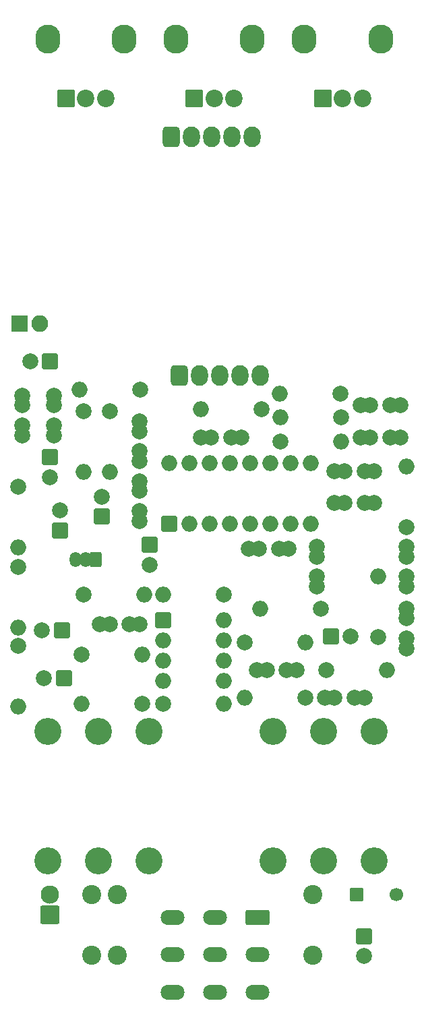
<source format=gbr>
%TF.GenerationSoftware,KiCad,Pcbnew,7.0.2-6a45011f42~172~ubuntu22.04.1*%
%TF.CreationDate,2023-05-21T10:08:46+01:00*%
%TF.ProjectId,Rebote2.5-offboard,5265626f-7465-4322-9e35-2d6f6666626f,rev?*%
%TF.SameCoordinates,Original*%
%TF.FileFunction,Soldermask,Bot*%
%TF.FilePolarity,Negative*%
%FSLAX46Y46*%
G04 Gerber Fmt 4.6, Leading zero omitted, Abs format (unit mm)*
G04 Created by KiCad (PCBNEW 7.0.2-6a45011f42~172~ubuntu22.04.1) date 2023-05-21 10:08:46*
%MOMM*%
%LPD*%
G01*
G04 APERTURE LIST*
G04 Aperture macros list*
%AMRoundRect*
0 Rectangle with rounded corners*
0 $1 Rounding radius*
0 $2 $3 $4 $5 $6 $7 $8 $9 X,Y pos of 4 corners*
0 Add a 4 corners polygon primitive as box body*
4,1,4,$2,$3,$4,$5,$6,$7,$8,$9,$2,$3,0*
0 Add four circle primitives for the rounded corners*
1,1,$1+$1,$2,$3*
1,1,$1+$1,$4,$5*
1,1,$1+$1,$6,$7*
1,1,$1+$1,$8,$9*
0 Add four rect primitives between the rounded corners*
20,1,$1+$1,$2,$3,$4,$5,0*
20,1,$1+$1,$4,$5,$6,$7,0*
20,1,$1+$1,$6,$7,$8,$9,0*
20,1,$1+$1,$8,$9,$2,$3,0*%
G04 Aperture macros list end*
%ADD10RoundRect,0.450000X-0.620000X-0.845000X0.620000X-0.845000X0.620000X0.845000X-0.620000X0.845000X0*%
%ADD11O,2.140000X2.590000*%
%ADD12RoundRect,0.200000X1.300000X0.750000X-1.300000X0.750000X-1.300000X-0.750000X1.300000X-0.750000X0*%
%ADD13O,3.000000X1.900000*%
%ADD14C,3.400000*%
%ADD15RoundRect,0.200000X0.850000X-0.850000X0.850000X0.850000X-0.850000X0.850000X-0.850000X-0.850000X0*%
%ADD16O,2.100000X2.100000*%
%ADD17RoundRect,0.200000X-0.800000X0.800000X-0.800000X-0.800000X0.800000X-0.800000X0.800000X0.800000X0*%
%ADD18C,2.000000*%
%ADD19RoundRect,0.200000X1.000000X0.950000X-1.000000X0.950000X-1.000000X-0.950000X1.000000X-0.950000X0*%
%ADD20C,2.300000*%
%ADD21C,2.398980*%
%ADD22RoundRect,0.200000X-0.650000X-0.650000X0.650000X-0.650000X0.650000X0.650000X-0.650000X0.650000X0*%
%ADD23C,1.700000*%
%ADD24O,2.000000X2.000000*%
%ADD25O,3.120000X3.640000*%
%ADD26RoundRect,0.200000X0.900000X0.900000X-0.900000X0.900000X-0.900000X-0.900000X0.900000X-0.900000X0*%
%ADD27C,2.200000*%
%ADD28RoundRect,0.200000X0.800000X-0.800000X0.800000X0.800000X-0.800000X0.800000X-0.800000X-0.800000X0*%
%ADD29RoundRect,0.200000X0.525000X0.750000X-0.525000X0.750000X-0.525000X-0.750000X0.525000X-0.750000X0*%
%ADD30O,1.450000X1.900000*%
%ADD31RoundRect,0.200000X0.800000X0.800000X-0.800000X0.800000X-0.800000X-0.800000X0.800000X-0.800000X0*%
%ADD32RoundRect,0.200000X-0.800000X-0.800000X0.800000X-0.800000X0.800000X0.800000X-0.800000X0.800000X0*%
G04 APERTURE END LIST*
D10*
%TO.C,REF\u002A\u002A*%
X138760000Y-69800000D03*
D11*
X141300000Y-69800000D03*
X143840000Y-69800000D03*
X146380000Y-69800000D03*
X148920000Y-69800000D03*
%TD*%
D10*
%TO.C,REF\u002A\u002A*%
X137760000Y-39800000D03*
D11*
X140300000Y-39800000D03*
X142840000Y-39800000D03*
X145380000Y-39800000D03*
X147920000Y-39800000D03*
%TD*%
D12*
%TO.C,SW1*%
X148550000Y-137825000D03*
D13*
X143250000Y-137825000D03*
X137950000Y-137825000D03*
X148550000Y-142525000D03*
X143250000Y-142550000D03*
X137950000Y-142525000D03*
X148550000Y-147225000D03*
X143250000Y-147225000D03*
X137950000Y-147225000D03*
%TD*%
D14*
%TO.C,J3*%
X122250000Y-130730000D03*
X134950000Y-130730000D03*
X128600000Y-130730000D03*
X122250000Y-114500000D03*
X134950000Y-114500000D03*
X128600000Y-114500000D03*
%TD*%
D15*
%TO.C,J1*%
X118735000Y-63300000D03*
D16*
X121275000Y-63300000D03*
%TD*%
D17*
%TO.C,C24*%
X162000000Y-140200000D03*
D18*
X162000000Y-142700000D03*
%TD*%
D19*
%TO.C,D1*%
X122500000Y-137540000D03*
D20*
X122500000Y-135000000D03*
%TD*%
D21*
%TO.C,R22*%
X155500000Y-135000000D03*
X155500000Y-142620000D03*
%TD*%
%TO.C,R23*%
X131000000Y-135020000D03*
X131000000Y-142640000D03*
%TD*%
%TO.C,R24*%
X127750000Y-142620000D03*
X127750000Y-135000000D03*
%TD*%
D22*
%TO.C,C23*%
X161050000Y-135000000D03*
D23*
X166050000Y-135000000D03*
%TD*%
D14*
%TO.C,J2*%
X163250000Y-114530000D03*
X150550000Y-114530000D03*
X156900000Y-114530000D03*
X163250000Y-130760000D03*
X150550000Y-130760000D03*
X156900000Y-130760000D03*
%TD*%
D18*
%TO.C,R21*%
X133880000Y-71550000D03*
D24*
X126260000Y-71550000D03*
%TD*%
D18*
%TO.C,R18*%
X159010000Y-72050000D03*
D24*
X151390000Y-72050000D03*
%TD*%
D18*
%TO.C,R4*%
X136700000Y-111050000D03*
D24*
X144320000Y-111050000D03*
%TD*%
D25*
%TO.C,RV2*%
X138335000Y-27525000D03*
X147935000Y-27525000D03*
D26*
X140635000Y-35025000D03*
D27*
X143135000Y-35025000D03*
X145635000Y-35025000D03*
%TD*%
D28*
%TO.C,C8*%
X123760000Y-89255113D03*
D18*
X123760000Y-86755113D03*
%TD*%
D29*
%TO.C,U2*%
X128280000Y-92940000D03*
D30*
X127010000Y-92940000D03*
X125740000Y-92940000D03*
%TD*%
D18*
%TO.C,C18*%
X166510000Y-73550000D03*
X165260000Y-73550000D03*
X162760000Y-73550000D03*
X161510000Y-73550000D03*
%TD*%
%TO.C,C12*%
X147510000Y-91550000D03*
X148760000Y-91550000D03*
X151260000Y-91550000D03*
X152510000Y-91550000D03*
%TD*%
D25*
%TO.C,RV1*%
X154460000Y-27525000D03*
X164060000Y-27525000D03*
D26*
X156760000Y-35025000D03*
D27*
X159260000Y-35025000D03*
X161760000Y-35025000D03*
%TD*%
D18*
%TO.C,R20*%
X149070000Y-74050000D03*
D24*
X141450000Y-74050000D03*
%TD*%
D18*
%TO.C,R3*%
X154570000Y-110300000D03*
D24*
X146950000Y-110300000D03*
%TD*%
D31*
%TO.C,C16*%
X124260000Y-107800000D03*
D18*
X121760000Y-107800000D03*
%TD*%
%TO.C,C5*%
X167260000Y-104050000D03*
X167260000Y-102800000D03*
X167260000Y-100300000D03*
X167260000Y-99050000D03*
%TD*%
%TO.C,R14*%
X126450000Y-104800000D03*
D24*
X134070000Y-104800000D03*
%TD*%
D18*
%TO.C,C17*%
X166510000Y-77550000D03*
X165260000Y-77550000D03*
X162760000Y-77550000D03*
X161510000Y-77550000D03*
%TD*%
D32*
%TO.C,C3*%
X157804888Y-102550000D03*
D18*
X160304888Y-102550000D03*
%TD*%
%TO.C,C14*%
X128760000Y-101050000D03*
X130010000Y-101050000D03*
X132510000Y-101050000D03*
X133760000Y-101050000D03*
%TD*%
D31*
%TO.C,C21*%
X122510000Y-68050000D03*
D18*
X120010000Y-68050000D03*
%TD*%
%TO.C,R1*%
X118510000Y-83740000D03*
D24*
X118510000Y-91360000D03*
%TD*%
D18*
%TO.C,R6*%
X163760000Y-102610000D03*
D24*
X163760000Y-94990000D03*
%TD*%
D31*
%TO.C,C1*%
X124010000Y-101800000D03*
D18*
X121510000Y-101800000D03*
%TD*%
%TO.C,C9*%
X133760000Y-80550000D03*
X133760000Y-79300000D03*
X133760000Y-76800000D03*
X133760000Y-75550000D03*
%TD*%
%TO.C,C7*%
X133760000Y-83050000D03*
X133760000Y-84300000D03*
X133760000Y-86800000D03*
X133760000Y-88050000D03*
%TD*%
%TO.C,R10*%
X144320000Y-97300000D03*
D24*
X136700000Y-97300000D03*
%TD*%
D18*
%TO.C,C4*%
X148510000Y-106800000D03*
X149760000Y-106800000D03*
X152260000Y-106800000D03*
X153510000Y-106800000D03*
%TD*%
%TO.C,C26*%
X163260000Y-85800000D03*
X162010000Y-85800000D03*
X159510000Y-85800000D03*
X158260000Y-85800000D03*
%TD*%
%TO.C,R12*%
X157200000Y-106800000D03*
D24*
X164820000Y-106800000D03*
%TD*%
D18*
%TO.C,R2*%
X118510000Y-93860000D03*
D24*
X118510000Y-101480000D03*
%TD*%
D18*
%TO.C,R9*%
X130010000Y-74240000D03*
D24*
X130010000Y-81860000D03*
%TD*%
D28*
%TO.C,U3*%
X137470000Y-88420000D03*
D24*
X140010000Y-88420000D03*
X142550000Y-88420000D03*
X145090000Y-88420000D03*
X147630000Y-88420000D03*
X150170000Y-88420000D03*
X152710000Y-88420000D03*
X155250000Y-88420000D03*
X155250000Y-80800000D03*
X152710000Y-80800000D03*
X150170000Y-80800000D03*
X147630000Y-80800000D03*
X145090000Y-80800000D03*
X142550000Y-80800000D03*
X140010000Y-80800000D03*
X137470000Y-80800000D03*
%TD*%
D18*
%TO.C,R17*%
X118510000Y-103740000D03*
D24*
X118510000Y-111360000D03*
%TD*%
D17*
%TO.C,C11*%
X135010000Y-91050000D03*
D18*
X135010000Y-93550000D03*
%TD*%
%TO.C,R19*%
X159070000Y-75050000D03*
D24*
X151450000Y-75050000D03*
%TD*%
D18*
%TO.C,R7*%
X156570000Y-99050000D03*
D24*
X148950000Y-99050000D03*
%TD*%
D18*
%TO.C,C15*%
X167260000Y-96300000D03*
X167260000Y-95050000D03*
X167260000Y-92550000D03*
X167260000Y-91300000D03*
%TD*%
D32*
%TO.C,U1*%
X136710000Y-100500000D03*
D24*
X136710000Y-103040000D03*
X136710000Y-105580000D03*
X136710000Y-108120000D03*
X144330000Y-108120000D03*
X144330000Y-105580000D03*
X144330000Y-103040000D03*
X144330000Y-100500000D03*
%TD*%
D18*
%TO.C,R5*%
X146950000Y-103300000D03*
D24*
X154570000Y-103300000D03*
%TD*%
D17*
%TO.C,C22*%
X122510000Y-80050000D03*
D18*
X122510000Y-82550000D03*
%TD*%
%TO.C,R13*%
X134070000Y-111050000D03*
D24*
X126450000Y-111050000D03*
%TD*%
D25*
%TO.C,RV3*%
X122210000Y-27525000D03*
X131810000Y-27525000D03*
D26*
X124510000Y-35025000D03*
D27*
X127010000Y-35025000D03*
X129510000Y-35025000D03*
%TD*%
D18*
%TO.C,C2*%
X162010000Y-110300000D03*
X160760000Y-110300000D03*
X158260000Y-110300000D03*
X157010000Y-110300000D03*
%TD*%
%TO.C,C25*%
X163260000Y-81800000D03*
X162010000Y-81800000D03*
X159510000Y-81800000D03*
X158260000Y-81800000D03*
%TD*%
%TO.C,R11*%
X126700000Y-97300000D03*
D24*
X134320000Y-97300000D03*
%TD*%
D18*
%TO.C,C6*%
X123010000Y-77300000D03*
X123010000Y-76050000D03*
X123010000Y-73550000D03*
X123010000Y-72300000D03*
%TD*%
%TO.C,C13*%
X156010000Y-96300000D03*
X156010000Y-95050000D03*
X156010000Y-92550000D03*
X156010000Y-91300000D03*
%TD*%
%TO.C,C19*%
X146510000Y-77550000D03*
X145260000Y-77550000D03*
X142760000Y-77550000D03*
X141510000Y-77550000D03*
%TD*%
%TO.C,R15*%
X167260000Y-88860000D03*
D24*
X167260000Y-81240000D03*
%TD*%
D18*
%TO.C,C20*%
X119010000Y-77300000D03*
X119010000Y-76050000D03*
X119010000Y-73550000D03*
X119010000Y-72300000D03*
%TD*%
%TO.C,R16*%
X151450000Y-78050000D03*
D24*
X159070000Y-78050000D03*
%TD*%
D18*
%TO.C,R8*%
X126760000Y-74240000D03*
D24*
X126760000Y-81860000D03*
%TD*%
D28*
%TO.C,C10*%
X129010000Y-87505113D03*
D18*
X129010000Y-85005113D03*
%TD*%
M02*

</source>
